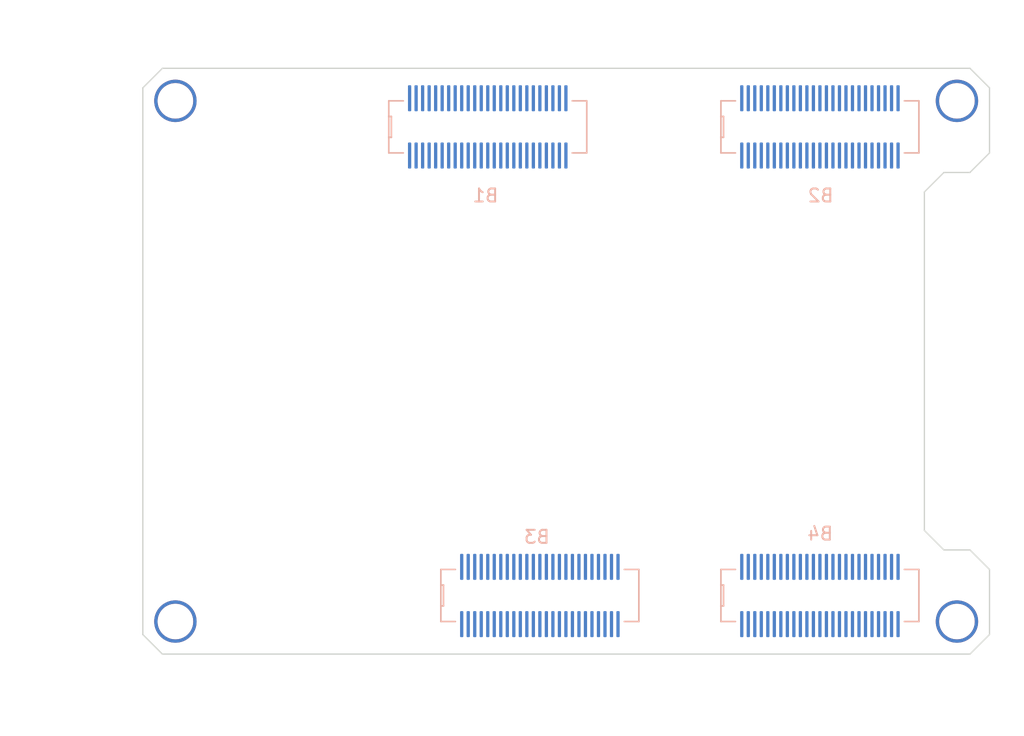
<source format=kicad_pcb>
(kicad_pcb (version 20171130) (host pcbnew "(5.1.3-2-gb6fe4ff63)")

  (general
    (thickness 1.6)
    (drawings 24)
    (tracks 0)
    (zones 0)
    (modules 8)
    (nets 133)
  )

  (page USLetter)
  (title_block
    (rev 1)
  )

  (layers
    (0 F.Cu signal)
    (31 B.Cu signal)
    (32 B.Adhes user)
    (33 F.Adhes user)
    (34 B.Paste user)
    (35 F.Paste user)
    (36 B.SilkS user)
    (37 F.SilkS user)
    (38 B.Mask user)
    (39 F.Mask user)
    (40 Dwgs.User user)
    (41 Cmts.User user)
    (42 Eco1.User user)
    (43 Eco2.User user)
    (44 Edge.Cuts user)
    (45 Margin user)
    (46 B.CrtYd user)
    (47 F.CrtYd user)
    (48 B.Fab user)
    (49 F.Fab user)
  )

  (setup
    (last_trace_width 0.25)
    (user_trace_width 0.25)
    (user_trace_width 0.4)
    (user_trace_width 0.6)
    (user_trace_width 1)
    (trace_clearance 0.2)
    (zone_clearance 0.508)
    (zone_45_only no)
    (trace_min 0.2)
    (via_size 0.6)
    (via_drill 0.4)
    (via_min_size 0.4)
    (via_min_drill 0.3)
    (user_via 0.5 0.3)
    (user_via 0.6 0.4)
    (uvia_size 0.3)
    (uvia_drill 0.1)
    (uvias_allowed no)
    (uvia_min_size 0.2)
    (uvia_min_drill 0.1)
    (edge_width 0.05)
    (segment_width 0.2)
    (pcb_text_width 0.3)
    (pcb_text_size 1.5 1.5)
    (mod_edge_width 0.12)
    (mod_text_size 1 1)
    (mod_text_width 0.15)
    (pad_size 1.5 1.5)
    (pad_drill 0.6)
    (pad_to_mask_clearance 0)
    (solder_mask_min_width 0.1016)
    (aux_axis_origin 30 63.5)
    (visible_elements FFFDFF7F)
    (pcbplotparams
      (layerselection 0x00030_80000001)
      (usegerberextensions false)
      (usegerberattributes false)
      (usegerberadvancedattributes false)
      (creategerberjobfile false)
      (excludeedgelayer true)
      (linewidth 0.100000)
      (plotframeref false)
      (viasonmask false)
      (mode 1)
      (useauxorigin false)
      (hpglpennumber 1)
      (hpglpenspeed 20)
      (hpglpendiameter 15.000000)
      (psnegative false)
      (psa4output false)
      (plotreference true)
      (plotvalue true)
      (plotinvisibletext false)
      (padsonsilk false)
      (subtractmaskfromsilk false)
      (outputformat 1)
      (mirror false)
      (drillshape 1)
      (scaleselection 1)
      (outputdirectory ""))
  )

  (net 0 "")
  (net 1 "Net-(B1-PadB24)")
  (net 2 "Net-(B1-PadB33)")
  (net 3 "Net-(B1-PadB12)")
  (net 4 "Net-(B1-PadB11)")
  (net 5 "Net-(B1-PadB14)")
  (net 6 "Net-(B1-PadB15)")
  (net 7 "Net-(B1-PadB40)")
  (net 8 GND)
  (net 9 "Net-(B1-PadB31)")
  (net 10 "Net-(B1-PadB23)")
  (net 11 "Net-(B1-PadB5)")
  (net 12 "Net-(B1-PadB36)")
  (net 13 "Net-(B1-PadB18)")
  (net 14 "Net-(B1-PadB17)")
  (net 15 "Net-(B1-PadB28)")
  (net 16 "Net-(B1-PadB27)")
  (net 17 "Net-(B1-PadB39)")
  (net 18 "Net-(B1-PadB30)")
  (net 19 "Net-(B1-PadB3)")
  (net 20 "Net-(B1-PadB46)")
  (net 21 "Net-(B1-PadB20)")
  (net 22 "Net-(B1-PadB21)")
  (net 23 "Net-(B1-PadB34)")
  (net 24 "Net-(B1-PadB2)")
  (net 25 "Net-(B1-PadB37)")
  (net 26 "Net-(B1-PadB9)")
  (net 27 "Net-(B1-PadB6)")
  (net 28 "Net-(B1-PadB42)")
  (net 29 "Net-(B1-PadB43)")
  (net 30 "Net-(B1-PadB48)")
  (net 31 "Net-(B1-PadB49)")
  (net 32 "Net-(B1-PadB45)")
  (net 33 "Net-(B1-PadB8)")
  (net 34 +3V3)
  (net 35 +5V)
  (net 36 "Net-(B2-PadB24)")
  (net 37 "Net-(B2-PadB33)")
  (net 38 "Net-(B2-PadB12)")
  (net 39 "Net-(B2-PadB11)")
  (net 40 "Net-(B2-PadB14)")
  (net 41 "Net-(B2-PadB15)")
  (net 42 "Net-(B2-PadB40)")
  (net 43 "Net-(B2-PadB31)")
  (net 44 "Net-(B2-PadB9)")
  (net 45 "Net-(B2-PadB23)")
  (net 46 "Net-(B2-PadB6)")
  (net 47 "Net-(B2-PadB5)")
  (net 48 "Net-(B2-PadB42)")
  (net 49 "Net-(B2-PadB43)")
  (net 50 "Net-(B2-PadB36)")
  (net 51 "Net-(B2-PadB18)")
  (net 52 "Net-(B2-PadB48)")
  (net 53 "Net-(B2-PadB49)")
  (net 54 "Net-(B2-PadB17)")
  (net 55 "Net-(B2-PadB28)")
  (net 56 "Net-(B2-PadB27)")
  (net 57 "Net-(B2-PadB39)")
  (net 58 "Net-(B2-PadB30)")
  (net 59 "Net-(B2-PadB3)")
  (net 60 "Net-(B2-PadB45)")
  (net 61 "Net-(B2-PadB46)")
  (net 62 "Net-(B2-PadB20)")
  (net 63 "Net-(B2-PadB21)")
  (net 64 "Net-(B2-PadB34)")
  (net 65 "Net-(B2-PadB8)")
  (net 66 "Net-(B2-PadB2)")
  (net 67 "Net-(B2-PadB37)")
  (net 68 "Net-(B3-PadB24)")
  (net 69 "Net-(B3-PadB33)")
  (net 70 "Net-(B3-PadB12)")
  (net 71 "Net-(B3-PadB11)")
  (net 72 "Net-(B3-PadB14)")
  (net 73 "Net-(B3-PadB15)")
  (net 74 "Net-(B3-PadB40)")
  (net 75 "Net-(B3-PadB31)")
  (net 76 "Net-(B3-PadB9)")
  (net 77 "Net-(B3-PadB23)")
  (net 78 "Net-(B3-PadB6)")
  (net 79 "Net-(B3-PadB5)")
  (net 80 "Net-(B3-PadB42)")
  (net 81 "Net-(B3-PadB43)")
  (net 82 "Net-(B3-PadB36)")
  (net 83 "Net-(B3-PadB18)")
  (net 84 "Net-(B3-PadB48)")
  (net 85 "Net-(B3-PadB49)")
  (net 86 "Net-(B3-PadB17)")
  (net 87 "Net-(B3-PadB28)")
  (net 88 "Net-(B3-PadB27)")
  (net 89 "Net-(B3-PadB39)")
  (net 90 "Net-(B3-PadB30)")
  (net 91 "Net-(B3-PadB3)")
  (net 92 "Net-(B3-PadB45)")
  (net 93 "Net-(B3-PadB46)")
  (net 94 "Net-(B3-PadB20)")
  (net 95 "Net-(B3-PadB21)")
  (net 96 "Net-(B3-PadB34)")
  (net 97 "Net-(B3-PadB8)")
  (net 98 "Net-(B3-PadB2)")
  (net 99 "Net-(B3-PadB37)")
  (net 100 "Net-(B4-PadB24)")
  (net 101 "Net-(B4-PadB33)")
  (net 102 "Net-(B4-PadB12)")
  (net 103 "Net-(B4-PadB11)")
  (net 104 "Net-(B4-PadB14)")
  (net 105 "Net-(B4-PadB15)")
  (net 106 "Net-(B4-PadB40)")
  (net 107 "Net-(B4-PadB31)")
  (net 108 "Net-(B4-PadB9)")
  (net 109 "Net-(B4-PadB23)")
  (net 110 "Net-(B4-PadB6)")
  (net 111 "Net-(B4-PadB5)")
  (net 112 "Net-(B4-PadB42)")
  (net 113 "Net-(B4-PadB43)")
  (net 114 "Net-(B4-PadB36)")
  (net 115 "Net-(B4-PadB18)")
  (net 116 "Net-(B4-PadB48)")
  (net 117 "Net-(B4-PadB49)")
  (net 118 "Net-(B4-PadB17)")
  (net 119 "Net-(B4-PadB28)")
  (net 120 "Net-(B4-PadB27)")
  (net 121 "Net-(B4-PadB39)")
  (net 122 "Net-(B4-PadB30)")
  (net 123 "Net-(B4-PadB3)")
  (net 124 "Net-(B4-PadB45)")
  (net 125 "Net-(B4-PadB46)")
  (net 126 "Net-(B4-PadB20)")
  (net 127 "Net-(B4-PadB21)")
  (net 128 "Net-(B4-PadB34)")
  (net 129 "Net-(B4-PadB8)")
  (net 130 "Net-(B4-PadB2)")
  (net 131 "Net-(B4-PadB1)")
  (net 132 "Net-(B4-PadB37)")

  (net_class Default "This is the default net class."
    (clearance 0.2)
    (trace_width 0.25)
    (via_dia 0.6)
    (via_drill 0.4)
    (uvia_dia 0.3)
    (uvia_drill 0.1)
    (add_net +3V3)
    (add_net +5V)
    (add_net GND)
    (add_net "Net-(B1-PadB11)")
    (add_net "Net-(B1-PadB12)")
    (add_net "Net-(B1-PadB14)")
    (add_net "Net-(B1-PadB15)")
    (add_net "Net-(B1-PadB17)")
    (add_net "Net-(B1-PadB18)")
    (add_net "Net-(B1-PadB2)")
    (add_net "Net-(B1-PadB20)")
    (add_net "Net-(B1-PadB21)")
    (add_net "Net-(B1-PadB23)")
    (add_net "Net-(B1-PadB24)")
    (add_net "Net-(B1-PadB27)")
    (add_net "Net-(B1-PadB28)")
    (add_net "Net-(B1-PadB3)")
    (add_net "Net-(B1-PadB30)")
    (add_net "Net-(B1-PadB31)")
    (add_net "Net-(B1-PadB33)")
    (add_net "Net-(B1-PadB34)")
    (add_net "Net-(B1-PadB36)")
    (add_net "Net-(B1-PadB37)")
    (add_net "Net-(B1-PadB39)")
    (add_net "Net-(B1-PadB40)")
    (add_net "Net-(B1-PadB42)")
    (add_net "Net-(B1-PadB43)")
    (add_net "Net-(B1-PadB45)")
    (add_net "Net-(B1-PadB46)")
    (add_net "Net-(B1-PadB48)")
    (add_net "Net-(B1-PadB49)")
    (add_net "Net-(B1-PadB5)")
    (add_net "Net-(B1-PadB6)")
    (add_net "Net-(B1-PadB8)")
    (add_net "Net-(B1-PadB9)")
    (add_net "Net-(B2-PadB11)")
    (add_net "Net-(B2-PadB12)")
    (add_net "Net-(B2-PadB14)")
    (add_net "Net-(B2-PadB15)")
    (add_net "Net-(B2-PadB17)")
    (add_net "Net-(B2-PadB18)")
    (add_net "Net-(B2-PadB2)")
    (add_net "Net-(B2-PadB20)")
    (add_net "Net-(B2-PadB21)")
    (add_net "Net-(B2-PadB23)")
    (add_net "Net-(B2-PadB24)")
    (add_net "Net-(B2-PadB27)")
    (add_net "Net-(B2-PadB28)")
    (add_net "Net-(B2-PadB3)")
    (add_net "Net-(B2-PadB30)")
    (add_net "Net-(B2-PadB31)")
    (add_net "Net-(B2-PadB33)")
    (add_net "Net-(B2-PadB34)")
    (add_net "Net-(B2-PadB36)")
    (add_net "Net-(B2-PadB37)")
    (add_net "Net-(B2-PadB39)")
    (add_net "Net-(B2-PadB40)")
    (add_net "Net-(B2-PadB42)")
    (add_net "Net-(B2-PadB43)")
    (add_net "Net-(B2-PadB45)")
    (add_net "Net-(B2-PadB46)")
    (add_net "Net-(B2-PadB48)")
    (add_net "Net-(B2-PadB49)")
    (add_net "Net-(B2-PadB5)")
    (add_net "Net-(B2-PadB6)")
    (add_net "Net-(B2-PadB8)")
    (add_net "Net-(B2-PadB9)")
    (add_net "Net-(B3-PadB11)")
    (add_net "Net-(B3-PadB12)")
    (add_net "Net-(B3-PadB14)")
    (add_net "Net-(B3-PadB15)")
    (add_net "Net-(B3-PadB17)")
    (add_net "Net-(B3-PadB18)")
    (add_net "Net-(B3-PadB2)")
    (add_net "Net-(B3-PadB20)")
    (add_net "Net-(B3-PadB21)")
    (add_net "Net-(B3-PadB23)")
    (add_net "Net-(B3-PadB24)")
    (add_net "Net-(B3-PadB27)")
    (add_net "Net-(B3-PadB28)")
    (add_net "Net-(B3-PadB3)")
    (add_net "Net-(B3-PadB30)")
    (add_net "Net-(B3-PadB31)")
    (add_net "Net-(B3-PadB33)")
    (add_net "Net-(B3-PadB34)")
    (add_net "Net-(B3-PadB36)")
    (add_net "Net-(B3-PadB37)")
    (add_net "Net-(B3-PadB39)")
    (add_net "Net-(B3-PadB40)")
    (add_net "Net-(B3-PadB42)")
    (add_net "Net-(B3-PadB43)")
    (add_net "Net-(B3-PadB45)")
    (add_net "Net-(B3-PadB46)")
    (add_net "Net-(B3-PadB48)")
    (add_net "Net-(B3-PadB49)")
    (add_net "Net-(B3-PadB5)")
    (add_net "Net-(B3-PadB6)")
    (add_net "Net-(B3-PadB8)")
    (add_net "Net-(B3-PadB9)")
    (add_net "Net-(B4-PadB1)")
    (add_net "Net-(B4-PadB11)")
    (add_net "Net-(B4-PadB12)")
    (add_net "Net-(B4-PadB14)")
    (add_net "Net-(B4-PadB15)")
    (add_net "Net-(B4-PadB17)")
    (add_net "Net-(B4-PadB18)")
    (add_net "Net-(B4-PadB2)")
    (add_net "Net-(B4-PadB20)")
    (add_net "Net-(B4-PadB21)")
    (add_net "Net-(B4-PadB23)")
    (add_net "Net-(B4-PadB24)")
    (add_net "Net-(B4-PadB27)")
    (add_net "Net-(B4-PadB28)")
    (add_net "Net-(B4-PadB3)")
    (add_net "Net-(B4-PadB30)")
    (add_net "Net-(B4-PadB31)")
    (add_net "Net-(B4-PadB33)")
    (add_net "Net-(B4-PadB34)")
    (add_net "Net-(B4-PadB36)")
    (add_net "Net-(B4-PadB37)")
    (add_net "Net-(B4-PadB39)")
    (add_net "Net-(B4-PadB40)")
    (add_net "Net-(B4-PadB42)")
    (add_net "Net-(B4-PadB43)")
    (add_net "Net-(B4-PadB45)")
    (add_net "Net-(B4-PadB46)")
    (add_net "Net-(B4-PadB48)")
    (add_net "Net-(B4-PadB49)")
    (add_net "Net-(B4-PadB5)")
    (add_net "Net-(B4-PadB6)")
    (add_net "Net-(B4-PadB8)")
    (add_net "Net-(B4-PadB9)")
  )

  (module Alchitry_Au:Alchitry_Conn (layer F.Cu) (tedit 5D30EE76) (tstamp 5D318100)
    (at 56.5 23)
    (path /5D31855D)
    (fp_text reference B1 (at -0.1929 5.2768) (layer B.SilkS)
      (effects (font (size 1 1) (thickness 0.15)) (justify mirror))
    )
    (fp_text value Alchitry_Shield (at 0 5.08) (layer F.Fab)
      (effects (font (size 1 1) (thickness 0.15)))
    )
    (fp_line (start -8 3.5) (end 8 3.5) (layer F.CrtYd) (width 0.12))
    (fp_line (start -8 -3.5) (end -8 3.5) (layer F.CrtYd) (width 0.12))
    (fp_line (start 8 -3.5) (end -8 -3.5) (layer F.CrtYd) (width 0.12))
    (fp_line (start 8 3.5) (end 8 -3.5) (layer F.CrtYd) (width 0.12))
    (fp_line (start 6.46 -2) (end 7.58 -2) (layer B.SilkS) (width 0.12))
    (fp_line (start 6.46 2) (end 7.58 2) (layer B.SilkS) (width 0.12))
    (fp_line (start -7.62 2) (end -6.5 2) (layer B.SilkS) (width 0.12))
    (fp_line (start -7.62 -2) (end -6.5 -2) (layer B.SilkS) (width 0.12))
    (fp_line (start 7.58 -2) (end 7.58 2) (layer B.SilkS) (width 0.127))
    (fp_line (start -7.62 -0.8) (end -7.62 -2) (layer B.SilkS) (width 0.127))
    (fp_line (start -7.42 0.8) (end -7.42 -0.8) (layer B.SilkS) (width 0.127))
    (fp_line (start -7.62 -0.8) (end -7.42 -0.8) (layer B.SilkS) (width 0.127))
    (fp_line (start -7.62 0.8) (end -7.62 -0.8) (layer B.SilkS) (width 0.127))
    (fp_line (start -7.42 0.8) (end -7.62 0.8) (layer B.SilkS) (width 0.127))
    (fp_line (start -7.62 2) (end -7.62 0.8) (layer B.SilkS) (width 0.127))
    (pad B24 smd roundrect (at 5.48 2.2 90) (size 2 0.25) (layers B.Cu B.Paste B.Mask) (roundrect_rratio 0.25)
      (net 1 "Net-(B1-PadB24)") (solder_mask_margin 0.1016))
    (pad B33 smd roundrect (at 2.48 -2.2 90) (size 2 0.25) (layers B.Cu B.Paste B.Mask) (roundrect_rratio 0.25)
      (net 2 "Net-(B1-PadB33)") (solder_mask_margin 0.1016))
    (pad B12 smd roundrect (at -0.52 2.2 90) (size 2 0.25) (layers B.Cu B.Paste B.Mask) (roundrect_rratio 0.25)
      (net 3 "Net-(B1-PadB12)") (solder_mask_margin 0.1016))
    (pad B11 smd roundrect (at -1.02 2.2 90) (size 2 0.25) (layers B.Cu B.Paste B.Mask) (roundrect_rratio 0.25)
      (net 4 "Net-(B1-PadB11)") (solder_mask_margin 0.1016))
    (pad B25 smd roundrect (at 5.98 2.2 90) (size 2 0.25) (layers B.Cu B.Paste B.Mask) (roundrect_rratio 0.25)
      (net 34 +3V3) (solder_mask_margin 0.1016))
    (pad B14 smd roundrect (at 0.48 2.2 90) (size 2 0.25) (layers B.Cu B.Paste B.Mask) (roundrect_rratio 0.25)
      (net 5 "Net-(B1-PadB14)") (solder_mask_margin 0.1016))
    (pad B15 smd roundrect (at 0.98 2.2 90) (size 2 0.25) (layers B.Cu B.Paste B.Mask) (roundrect_rratio 0.25)
      (net 6 "Net-(B1-PadB15)") (solder_mask_margin 0.1016))
    (pad B40 smd roundrect (at -1.02 -2.2 90) (size 2 0.25) (layers B.Cu B.Paste B.Mask) (roundrect_rratio 0.25)
      (net 7 "Net-(B1-PadB40)") (solder_mask_margin 0.1016))
    (pad B41 smd roundrect (at -1.52 -2.2 90) (size 2 0.25) (layers B.Cu B.Paste B.Mask) (roundrect_rratio 0.25)
      (net 8 GND) (solder_mask_margin 0.1016))
    (pad "" np_thru_hole circle (at 6.95 1.25) (size 0.6 0.6) (drill 0.6) (layers *.Cu *.Mask))
    (pad "" np_thru_hole circle (at -6.95 1.25) (size 0.6 0.6) (drill 0.6) (layers *.Cu *.Mask))
    (pad B32 smd roundrect (at 2.98 -2.2 90) (size 2 0.25) (layers B.Cu B.Paste B.Mask) (roundrect_rratio 0.25)
      (net 34 +3V3) (solder_mask_margin 0.1016))
    (pad B31 smd roundrect (at 3.48 -2.2 90) (size 2 0.25) (layers B.Cu B.Paste B.Mask) (roundrect_rratio 0.25)
      (net 9 "Net-(B1-PadB31)") (solder_mask_margin 0.1016))
    (pad B10 smd roundrect (at -1.52 2.2 90) (size 2 0.25) (layers B.Cu B.Paste B.Mask) (roundrect_rratio 0.25)
      (net 8 GND) (solder_mask_margin 0.1016))
    (pad B9 smd roundrect (at -2.02 2.2 90) (size 2 0.25) (layers B.Cu B.Paste B.Mask) (roundrect_rratio 0.25)
      (net 26 "Net-(B1-PadB9)") (solder_mask_margin 0.1016))
    (pad B22 smd roundrect (at 4.48 2.2 90) (size 2 0.25) (layers B.Cu B.Paste B.Mask) (roundrect_rratio 0.25)
      (net 8 GND) (solder_mask_margin 0.1016))
    (pad B23 smd roundrect (at 4.98 2.2 90) (size 2 0.25) (layers B.Cu B.Paste B.Mask) (roundrect_rratio 0.25)
      (net 10 "Net-(B1-PadB23)") (solder_mask_margin 0.1016))
    (pad B6 smd roundrect (at -3.52 2.2 90) (size 2 0.25) (layers B.Cu B.Paste B.Mask) (roundrect_rratio 0.25)
      (net 27 "Net-(B1-PadB6)") (solder_mask_margin 0.1016))
    (pad B5 smd roundrect (at -4.02 2.2 90) (size 2 0.25) (layers B.Cu B.Paste B.Mask) (roundrect_rratio 0.25)
      (net 11 "Net-(B1-PadB5)") (solder_mask_margin 0.1016))
    (pad B42 smd roundrect (at -2.02 -2.2 90) (size 2 0.25) (layers B.Cu B.Paste B.Mask) (roundrect_rratio 0.25)
      (net 28 "Net-(B1-PadB42)") (solder_mask_margin 0.1016))
    (pad B43 smd roundrect (at -2.52 -2.2 90) (size 2 0.25) (layers B.Cu B.Paste B.Mask) (roundrect_rratio 0.25)
      (net 29 "Net-(B1-PadB43)") (solder_mask_margin 0.1016))
    (pad B36 smd roundrect (at 0.98 -2.2 90) (size 2 0.25) (layers B.Cu B.Paste B.Mask) (roundrect_rratio 0.25)
      (net 12 "Net-(B1-PadB36)") (solder_mask_margin 0.1016))
    (pad B18 smd roundrect (at 2.48 2.2 90) (size 2 0.25) (layers B.Cu B.Paste B.Mask) (roundrect_rratio 0.25)
      (net 13 "Net-(B1-PadB18)") (solder_mask_margin 0.1016))
    (pad B19 smd roundrect (at 2.98 2.2 90) (size 2 0.25) (layers B.Cu B.Paste B.Mask) (roundrect_rratio 0.25)
      (net 34 +3V3) (solder_mask_margin 0.1016))
    (pad B50 smd roundrect (at -6.02 -2.2 90) (size 2 0.25) (layers B.Cu B.Paste B.Mask) (roundrect_rratio 0.25)
      (net 35 +5V) (solder_mask_margin 0.1016))
    (pad B13 smd roundrect (at -0.02 2.2 90) (size 2 0.25) (layers B.Cu B.Paste B.Mask) (roundrect_rratio 0.25)
      (net 34 +3V3) (solder_mask_margin 0.1016))
    (pad B48 smd roundrect (at -5.02 -2.2 90) (size 2 0.25) (layers B.Cu B.Paste B.Mask) (roundrect_rratio 0.25)
      (net 30 "Net-(B1-PadB48)") (solder_mask_margin 0.1016))
    (pad B49 smd roundrect (at -5.52 -2.2 90) (size 2 0.25) (layers B.Cu B.Paste B.Mask) (roundrect_rratio 0.25)
      (net 31 "Net-(B1-PadB49)") (solder_mask_margin 0.1016))
    (pad B16 smd roundrect (at 1.48 2.2 90) (size 2 0.25) (layers B.Cu B.Paste B.Mask) (roundrect_rratio 0.25)
      (net 8 GND) (solder_mask_margin 0.1016))
    (pad B17 smd roundrect (at 1.98 2.2 90) (size 2 0.25) (layers B.Cu B.Paste B.Mask) (roundrect_rratio 0.25)
      (net 14 "Net-(B1-PadB17)") (solder_mask_margin 0.1016))
    (pad B35 smd roundrect (at 1.48 -2.2 90) (size 2 0.25) (layers B.Cu B.Paste B.Mask) (roundrect_rratio 0.25)
      (net 8 GND) (solder_mask_margin 0.1016))
    (pad B28 smd roundrect (at 4.98 -2.2 90) (size 2 0.25) (layers B.Cu B.Paste B.Mask) (roundrect_rratio 0.25)
      (net 15 "Net-(B1-PadB28)") (solder_mask_margin 0.1016))
    (pad B27 smd roundrect (at 5.48 -2.2 90) (size 2 0.25) (layers B.Cu B.Paste B.Mask) (roundrect_rratio 0.25)
      (net 16 "Net-(B1-PadB27)") (solder_mask_margin 0.1016))
    (pad B26 smd roundrect (at 5.98 -2.2 90) (size 2 0.25) (layers B.Cu B.Paste B.Mask) (roundrect_rratio 0.25)
      (net 34 +3V3) (solder_mask_margin 0.1016))
    (pad B39 smd roundrect (at -0.52 -2.2 90) (size 2 0.25) (layers B.Cu B.Paste B.Mask) (roundrect_rratio 0.25)
      (net 17 "Net-(B1-PadB39)") (solder_mask_margin 0.1016))
    (pad B30 smd roundrect (at 3.98 -2.2 90) (size 2 0.25) (layers B.Cu B.Paste B.Mask) (roundrect_rratio 0.25)
      (net 18 "Net-(B1-PadB30)") (solder_mask_margin 0.1016))
    (pad B29 smd roundrect (at 4.48 -2.2 90) (size 2 0.25) (layers B.Cu B.Paste B.Mask) (roundrect_rratio 0.25)
      (net 8 GND) (solder_mask_margin 0.1016))
    (pad B4 smd roundrect (at -4.52 2.2 90) (size 2 0.25) (layers B.Cu B.Paste B.Mask) (roundrect_rratio 0.25)
      (net 8 GND) (solder_mask_margin 0.1016))
    (pad B3 smd roundrect (at -5.02 2.2 90) (size 2 0.25) (layers B.Cu B.Paste B.Mask) (roundrect_rratio 0.25)
      (net 19 "Net-(B1-PadB3)") (solder_mask_margin 0.1016))
    (pad B44 smd roundrect (at -3.02 -2.2 90) (size 2 0.25) (layers B.Cu B.Paste B.Mask) (roundrect_rratio 0.25)
      (net 34 +3V3) (solder_mask_margin 0.1016))
    (pad B45 smd roundrect (at -3.52 -2.2 90) (size 2 0.25) (layers B.Cu B.Paste B.Mask) (roundrect_rratio 0.25)
      (net 32 "Net-(B1-PadB45)") (solder_mask_margin 0.1016))
    (pad B46 smd roundrect (at -4.02 -2.2 90) (size 2 0.25) (layers B.Cu B.Paste B.Mask) (roundrect_rratio 0.25)
      (net 20 "Net-(B1-PadB46)") (solder_mask_margin 0.1016))
    (pad B47 smd roundrect (at -4.52 -2.2 90) (size 2 0.25) (layers B.Cu B.Paste B.Mask) (roundrect_rratio 0.25)
      (net 8 GND) (solder_mask_margin 0.1016))
    (pad B20 smd roundrect (at 3.48 2.2 90) (size 2 0.25) (layers B.Cu B.Paste B.Mask) (roundrect_rratio 0.25)
      (net 21 "Net-(B1-PadB20)") (solder_mask_margin 0.1016))
    (pad B21 smd roundrect (at 3.98 2.2 90) (size 2 0.25) (layers B.Cu B.Paste B.Mask) (roundrect_rratio 0.25)
      (net 22 "Net-(B1-PadB21)") (solder_mask_margin 0.1016))
    (pad B34 smd roundrect (at 1.98 -2.2 90) (size 2 0.25) (layers B.Cu B.Paste B.Mask) (roundrect_rratio 0.25)
      (net 23 "Net-(B1-PadB34)") (solder_mask_margin 0.1016))
    (pad B8 smd roundrect (at -2.52 2.2 90) (size 2 0.25) (layers B.Cu B.Paste B.Mask) (roundrect_rratio 0.25)
      (net 33 "Net-(B1-PadB8)") (solder_mask_margin 0.1016))
    (pad B7 smd roundrect (at -3.02 2.2 90) (size 2 0.25) (layers B.Cu B.Paste B.Mask) (roundrect_rratio 0.25)
      (net 34 +3V3) (solder_mask_margin 0.1016))
    (pad B2 smd roundrect (at -5.52 2.2 90) (size 2 0.25) (layers B.Cu B.Paste B.Mask) (roundrect_rratio 0.25)
      (net 24 "Net-(B1-PadB2)") (solder_mask_margin 0.1016))
    (pad B1 smd roundrect (at -6.02 2.2 90) (size 2 0.25) (layers B.Cu B.Paste B.Mask) (roundrect_rratio 0.25)
      (net 35 +5V) (solder_mask_margin 0.1016))
    (pad B37 smd roundrect (at 0.48 -2.2 90) (size 2 0.25) (layers B.Cu B.Paste B.Mask) (roundrect_rratio 0.25)
      (net 25 "Net-(B1-PadB37)") (solder_mask_margin 0.1016))
    (pad B38 smd roundrect (at -0.02 -2.2 90) (size 2 0.25) (layers B.Cu B.Paste B.Mask) (roundrect_rratio 0.25)
      (net 34 +3V3) (solder_mask_margin 0.1016))
  )

  (module Alchitry_Au:Alchitry_Conn (layer F.Cu) (tedit 5D30EE76) (tstamp 5D3182BC)
    (at 60.5 59)
    (path /5D31B10C)
    (fp_text reference B3 (at -0.25 -4.5) (layer B.SilkS)
      (effects (font (size 1 1) (thickness 0.15)) (justify mirror))
    )
    (fp_text value Alchitry_Shield (at 0 4.54) (layer F.Fab)
      (effects (font (size 1 1) (thickness 0.15)))
    )
    (fp_line (start -8 3.5) (end 8 3.5) (layer F.CrtYd) (width 0.12))
    (fp_line (start -8 -3.5) (end -8 3.5) (layer F.CrtYd) (width 0.12))
    (fp_line (start 8 -3.5) (end -8 -3.5) (layer F.CrtYd) (width 0.12))
    (fp_line (start 8 3.5) (end 8 -3.5) (layer F.CrtYd) (width 0.12))
    (fp_line (start 6.46 -2) (end 7.58 -2) (layer B.SilkS) (width 0.12))
    (fp_line (start 6.46 2) (end 7.58 2) (layer B.SilkS) (width 0.12))
    (fp_line (start -7.62 2) (end -6.5 2) (layer B.SilkS) (width 0.12))
    (fp_line (start -7.62 -2) (end -6.5 -2) (layer B.SilkS) (width 0.12))
    (fp_line (start 7.58 -2) (end 7.58 2) (layer B.SilkS) (width 0.127))
    (fp_line (start -7.62 -0.8) (end -7.62 -2) (layer B.SilkS) (width 0.127))
    (fp_line (start -7.42 0.8) (end -7.42 -0.8) (layer B.SilkS) (width 0.127))
    (fp_line (start -7.62 -0.8) (end -7.42 -0.8) (layer B.SilkS) (width 0.127))
    (fp_line (start -7.62 0.8) (end -7.62 -0.8) (layer B.SilkS) (width 0.127))
    (fp_line (start -7.42 0.8) (end -7.62 0.8) (layer B.SilkS) (width 0.127))
    (fp_line (start -7.62 2) (end -7.62 0.8) (layer B.SilkS) (width 0.127))
    (pad B24 smd roundrect (at 5.48 2.2 90) (size 2 0.25) (layers B.Cu B.Paste B.Mask) (roundrect_rratio 0.25)
      (net 68 "Net-(B3-PadB24)") (solder_mask_margin 0.1016))
    (pad B33 smd roundrect (at 2.48 -2.2 90) (size 2 0.25) (layers B.Cu B.Paste B.Mask) (roundrect_rratio 0.25)
      (net 69 "Net-(B3-PadB33)") (solder_mask_margin 0.1016))
    (pad B12 smd roundrect (at -0.52 2.2 90) (size 2 0.25) (layers B.Cu B.Paste B.Mask) (roundrect_rratio 0.25)
      (net 70 "Net-(B3-PadB12)") (solder_mask_margin 0.1016))
    (pad B11 smd roundrect (at -1.02 2.2 90) (size 2 0.25) (layers B.Cu B.Paste B.Mask) (roundrect_rratio 0.25)
      (net 71 "Net-(B3-PadB11)") (solder_mask_margin 0.1016))
    (pad B25 smd roundrect (at 5.98 2.2 90) (size 2 0.25) (layers B.Cu B.Paste B.Mask) (roundrect_rratio 0.25)
      (net 34 +3V3) (solder_mask_margin 0.1016))
    (pad B14 smd roundrect (at 0.48 2.2 90) (size 2 0.25) (layers B.Cu B.Paste B.Mask) (roundrect_rratio 0.25)
      (net 72 "Net-(B3-PadB14)") (solder_mask_margin 0.1016))
    (pad B15 smd roundrect (at 0.98 2.2 90) (size 2 0.25) (layers B.Cu B.Paste B.Mask) (roundrect_rratio 0.25)
      (net 73 "Net-(B3-PadB15)") (solder_mask_margin 0.1016))
    (pad B40 smd roundrect (at -1.02 -2.2 90) (size 2 0.25) (layers B.Cu B.Paste B.Mask) (roundrect_rratio 0.25)
      (net 74 "Net-(B3-PadB40)") (solder_mask_margin 0.1016))
    (pad B41 smd roundrect (at -1.52 -2.2 90) (size 2 0.25) (layers B.Cu B.Paste B.Mask) (roundrect_rratio 0.25)
      (net 8 GND) (solder_mask_margin 0.1016))
    (pad "" np_thru_hole circle (at 6.95 1.25) (size 0.6 0.6) (drill 0.6) (layers *.Cu *.Mask))
    (pad "" np_thru_hole circle (at -6.95 1.25) (size 0.6 0.6) (drill 0.6) (layers *.Cu *.Mask))
    (pad B32 smd roundrect (at 2.98 -2.2 90) (size 2 0.25) (layers B.Cu B.Paste B.Mask) (roundrect_rratio 0.25)
      (net 34 +3V3) (solder_mask_margin 0.1016))
    (pad B31 smd roundrect (at 3.48 -2.2 90) (size 2 0.25) (layers B.Cu B.Paste B.Mask) (roundrect_rratio 0.25)
      (net 75 "Net-(B3-PadB31)") (solder_mask_margin 0.1016))
    (pad B10 smd roundrect (at -1.52 2.2 90) (size 2 0.25) (layers B.Cu B.Paste B.Mask) (roundrect_rratio 0.25)
      (net 8 GND) (solder_mask_margin 0.1016))
    (pad B9 smd roundrect (at -2.02 2.2 90) (size 2 0.25) (layers B.Cu B.Paste B.Mask) (roundrect_rratio 0.25)
      (net 76 "Net-(B3-PadB9)") (solder_mask_margin 0.1016))
    (pad B22 smd roundrect (at 4.48 2.2 90) (size 2 0.25) (layers B.Cu B.Paste B.Mask) (roundrect_rratio 0.25)
      (net 8 GND) (solder_mask_margin 0.1016))
    (pad B23 smd roundrect (at 4.98 2.2 90) (size 2 0.25) (layers B.Cu B.Paste B.Mask) (roundrect_rratio 0.25)
      (net 77 "Net-(B3-PadB23)") (solder_mask_margin 0.1016))
    (pad B6 smd roundrect (at -3.52 2.2 90) (size 2 0.25) (layers B.Cu B.Paste B.Mask) (roundrect_rratio 0.25)
      (net 78 "Net-(B3-PadB6)") (solder_mask_margin 0.1016))
    (pad B5 smd roundrect (at -4.02 2.2 90) (size 2 0.25) (layers B.Cu B.Paste B.Mask) (roundrect_rratio 0.25)
      (net 79 "Net-(B3-PadB5)") (solder_mask_margin 0.1016))
    (pad B42 smd roundrect (at -2.02 -2.2 90) (size 2 0.25) (layers B.Cu B.Paste B.Mask) (roundrect_rratio 0.25)
      (net 80 "Net-(B3-PadB42)") (solder_mask_margin 0.1016))
    (pad B43 smd roundrect (at -2.52 -2.2 90) (size 2 0.25) (layers B.Cu B.Paste B.Mask) (roundrect_rratio 0.25)
      (net 81 "Net-(B3-PadB43)") (solder_mask_margin 0.1016))
    (pad B36 smd roundrect (at 0.98 -2.2 90) (size 2 0.25) (layers B.Cu B.Paste B.Mask) (roundrect_rratio 0.25)
      (net 82 "Net-(B3-PadB36)") (solder_mask_margin 0.1016))
    (pad B18 smd roundrect (at 2.48 2.2 90) (size 2 0.25) (layers B.Cu B.Paste B.Mask) (roundrect_rratio 0.25)
      (net 83 "Net-(B3-PadB18)") (solder_mask_margin 0.1016))
    (pad B19 smd roundrect (at 2.98 2.2 90) (size 2 0.25) (layers B.Cu B.Paste B.Mask) (roundrect_rratio 0.25)
      (net 34 +3V3) (solder_mask_margin 0.1016))
    (pad B50 smd roundrect (at -6.02 -2.2 90) (size 2 0.25) (layers B.Cu B.Paste B.Mask) (roundrect_rratio 0.25)
      (net 35 +5V) (solder_mask_margin 0.1016))
    (pad B13 smd roundrect (at -0.02 2.2 90) (size 2 0.25) (layers B.Cu B.Paste B.Mask) (roundrect_rratio 0.25)
      (net 34 +3V3) (solder_mask_margin 0.1016))
    (pad B48 smd roundrect (at -5.02 -2.2 90) (size 2 0.25) (layers B.Cu B.Paste B.Mask) (roundrect_rratio 0.25)
      (net 84 "Net-(B3-PadB48)") (solder_mask_margin 0.1016))
    (pad B49 smd roundrect (at -5.52 -2.2 90) (size 2 0.25) (layers B.Cu B.Paste B.Mask) (roundrect_rratio 0.25)
      (net 85 "Net-(B3-PadB49)") (solder_mask_margin 0.1016))
    (pad B16 smd roundrect (at 1.48 2.2 90) (size 2 0.25) (layers B.Cu B.Paste B.Mask) (roundrect_rratio 0.25)
      (net 8 GND) (solder_mask_margin 0.1016))
    (pad B17 smd roundrect (at 1.98 2.2 90) (size 2 0.25) (layers B.Cu B.Paste B.Mask) (roundrect_rratio 0.25)
      (net 86 "Net-(B3-PadB17)") (solder_mask_margin 0.1016))
    (pad B35 smd roundrect (at 1.48 -2.2 90) (size 2 0.25) (layers B.Cu B.Paste B.Mask) (roundrect_rratio 0.25)
      (net 8 GND) (solder_mask_margin 0.1016))
    (pad B28 smd roundrect (at 4.98 -2.2 90) (size 2 0.25) (layers B.Cu B.Paste B.Mask) (roundrect_rratio 0.25)
      (net 87 "Net-(B3-PadB28)") (solder_mask_margin 0.1016))
    (pad B27 smd roundrect (at 5.48 -2.2 90) (size 2 0.25) (layers B.Cu B.Paste B.Mask) (roundrect_rratio 0.25)
      (net 88 "Net-(B3-PadB27)") (solder_mask_margin 0.1016))
    (pad B26 smd roundrect (at 5.98 -2.2 90) (size 2 0.25) (layers B.Cu B.Paste B.Mask) (roundrect_rratio 0.25)
      (net 34 +3V3) (solder_mask_margin 0.1016))
    (pad B39 smd roundrect (at -0.52 -2.2 90) (size 2 0.25) (layers B.Cu B.Paste B.Mask) (roundrect_rratio 0.25)
      (net 89 "Net-(B3-PadB39)") (solder_mask_margin 0.1016))
    (pad B30 smd roundrect (at 3.98 -2.2 90) (size 2 0.25) (layers B.Cu B.Paste B.Mask) (roundrect_rratio 0.25)
      (net 90 "Net-(B3-PadB30)") (solder_mask_margin 0.1016))
    (pad B29 smd roundrect (at 4.48 -2.2 90) (size 2 0.25) (layers B.Cu B.Paste B.Mask) (roundrect_rratio 0.25)
      (net 8 GND) (solder_mask_margin 0.1016))
    (pad B4 smd roundrect (at -4.52 2.2 90) (size 2 0.25) (layers B.Cu B.Paste B.Mask) (roundrect_rratio 0.25)
      (net 8 GND) (solder_mask_margin 0.1016))
    (pad B3 smd roundrect (at -5.02 2.2 90) (size 2 0.25) (layers B.Cu B.Paste B.Mask) (roundrect_rratio 0.25)
      (net 91 "Net-(B3-PadB3)") (solder_mask_margin 0.1016))
    (pad B44 smd roundrect (at -3.02 -2.2 90) (size 2 0.25) (layers B.Cu B.Paste B.Mask) (roundrect_rratio 0.25)
      (net 34 +3V3) (solder_mask_margin 0.1016))
    (pad B45 smd roundrect (at -3.52 -2.2 90) (size 2 0.25) (layers B.Cu B.Paste B.Mask) (roundrect_rratio 0.25)
      (net 92 "Net-(B3-PadB45)") (solder_mask_margin 0.1016))
    (pad B46 smd roundrect (at -4.02 -2.2 90) (size 2 0.25) (layers B.Cu B.Paste B.Mask) (roundrect_rratio 0.25)
      (net 93 "Net-(B3-PadB46)") (solder_mask_margin 0.1016))
    (pad B47 smd roundrect (at -4.52 -2.2 90) (size 2 0.25) (layers B.Cu B.Paste B.Mask) (roundrect_rratio 0.25)
      (net 8 GND) (solder_mask_margin 0.1016))
    (pad B20 smd roundrect (at 3.48 2.2 90) (size 2 0.25) (layers B.Cu B.Paste B.Mask) (roundrect_rratio 0.25)
      (net 94 "Net-(B3-PadB20)") (solder_mask_margin 0.1016))
    (pad B21 smd roundrect (at 3.98 2.2 90) (size 2 0.25) (layers B.Cu B.Paste B.Mask) (roundrect_rratio 0.25)
      (net 95 "Net-(B3-PadB21)") (solder_mask_margin 0.1016))
    (pad B34 smd roundrect (at 1.98 -2.2 90) (size 2 0.25) (layers B.Cu B.Paste B.Mask) (roundrect_rratio 0.25)
      (net 96 "Net-(B3-PadB34)") (solder_mask_margin 0.1016))
    (pad B8 smd roundrect (at -2.52 2.2 90) (size 2 0.25) (layers B.Cu B.Paste B.Mask) (roundrect_rratio 0.25)
      (net 97 "Net-(B3-PadB8)") (solder_mask_margin 0.1016))
    (pad B7 smd roundrect (at -3.02 2.2 90) (size 2 0.25) (layers B.Cu B.Paste B.Mask) (roundrect_rratio 0.25)
      (net 34 +3V3) (solder_mask_margin 0.1016))
    (pad B2 smd roundrect (at -5.52 2.2 90) (size 2 0.25) (layers B.Cu B.Paste B.Mask) (roundrect_rratio 0.25)
      (net 98 "Net-(B3-PadB2)") (solder_mask_margin 0.1016))
    (pad B1 smd roundrect (at -6.02 2.2 90) (size 2 0.25) (layers B.Cu B.Paste B.Mask) (roundrect_rratio 0.25)
      (net 35 +5V) (solder_mask_margin 0.1016))
    (pad B37 smd roundrect (at 0.48 -2.2 90) (size 2 0.25) (layers B.Cu B.Paste B.Mask) (roundrect_rratio 0.25)
      (net 99 "Net-(B3-PadB37)") (solder_mask_margin 0.1016))
    (pad B38 smd roundrect (at -0.02 -2.2 90) (size 2 0.25) (layers B.Cu B.Paste B.Mask) (roundrect_rratio 0.25)
      (net 34 +3V3) (solder_mask_margin 0.1016))
  )

  (module Alchitry_Au:Alchitry_Conn (layer F.Cu) (tedit 5D30EE76) (tstamp 5D31837C)
    (at 82 59)
    (path /5D320B9C)
    (fp_text reference B4 (at 0 -4.75) (layer B.SilkS)
      (effects (font (size 1 1) (thickness 0.15)) (justify mirror))
    )
    (fp_text value Alchitry_Shield (at 0 5.08) (layer F.Fab)
      (effects (font (size 1 1) (thickness 0.15)))
    )
    (fp_line (start -8 3.5) (end 8 3.5) (layer F.CrtYd) (width 0.12))
    (fp_line (start -8 -3.5) (end -8 3.5) (layer F.CrtYd) (width 0.12))
    (fp_line (start 8 -3.5) (end -8 -3.5) (layer F.CrtYd) (width 0.12))
    (fp_line (start 8 3.5) (end 8 -3.5) (layer F.CrtYd) (width 0.12))
    (fp_line (start 6.46 -2) (end 7.58 -2) (layer B.SilkS) (width 0.12))
    (fp_line (start 6.46 2) (end 7.58 2) (layer B.SilkS) (width 0.12))
    (fp_line (start -7.62 2) (end -6.5 2) (layer B.SilkS) (width 0.12))
    (fp_line (start -7.62 -2) (end -6.5 -2) (layer B.SilkS) (width 0.12))
    (fp_line (start 7.58 -2) (end 7.58 2) (layer B.SilkS) (width 0.127))
    (fp_line (start -7.62 -0.8) (end -7.62 -2) (layer B.SilkS) (width 0.127))
    (fp_line (start -7.42 0.8) (end -7.42 -0.8) (layer B.SilkS) (width 0.127))
    (fp_line (start -7.62 -0.8) (end -7.42 -0.8) (layer B.SilkS) (width 0.127))
    (fp_line (start -7.62 0.8) (end -7.62 -0.8) (layer B.SilkS) (width 0.127))
    (fp_line (start -7.42 0.8) (end -7.62 0.8) (layer B.SilkS) (width 0.127))
    (fp_line (start -7.62 2) (end -7.62 0.8) (layer B.SilkS) (width 0.127))
    (pad B24 smd roundrect (at 5.48 2.2 90) (size 2 0.25) (layers B.Cu B.Paste B.Mask) (roundrect_rratio 0.25)
      (net 100 "Net-(B4-PadB24)") (solder_mask_margin 0.1016))
    (pad B33 smd roundrect (at 2.48 -2.2 90) (size 2 0.25) (layers B.Cu B.Paste B.Mask) (roundrect_rratio 0.25)
      (net 101 "Net-(B4-PadB33)") (solder_mask_margin 0.1016))
    (pad B12 smd roundrect (at -0.52 2.2 90) (size 2 0.25) (layers B.Cu B.Paste B.Mask) (roundrect_rratio 0.25)
      (net 102 "Net-(B4-PadB12)") (solder_mask_margin 0.1016))
    (pad B11 smd roundrect (at -1.02 2.2 90) (size 2 0.25) (layers B.Cu B.Paste B.Mask) (roundrect_rratio 0.25)
      (net 103 "Net-(B4-PadB11)") (solder_mask_margin 0.1016))
    (pad B25 smd roundrect (at 5.98 2.2 90) (size 2 0.25) (layers B.Cu B.Paste B.Mask) (roundrect_rratio 0.25)
      (net 34 +3V3) (solder_mask_margin 0.1016))
    (pad B14 smd roundrect (at 0.48 2.2 90) (size 2 0.25) (layers B.Cu B.Paste B.Mask) (roundrect_rratio 0.25)
      (net 104 "Net-(B4-PadB14)") (solder_mask_margin 0.1016))
    (pad B15 smd roundrect (at 0.98 2.2 90) (size 2 0.25) (layers B.Cu B.Paste B.Mask) (roundrect_rratio 0.25)
      (net 105 "Net-(B4-PadB15)") (solder_mask_margin 0.1016))
    (pad B40 smd roundrect (at -1.02 -2.2 90) (size 2 0.25) (layers B.Cu B.Paste B.Mask) (roundrect_rratio 0.25)
      (net 106 "Net-(B4-PadB40)") (solder_mask_margin 0.1016))
    (pad B41 smd roundrect (at -1.52 -2.2 90) (size 2 0.25) (layers B.Cu B.Paste B.Mask) (roundrect_rratio 0.25)
      (net 8 GND) (solder_mask_margin 0.1016))
    (pad "" np_thru_hole circle (at 6.95 1.25) (size 0.6 0.6) (drill 0.6) (layers *.Cu *.Mask))
    (pad "" np_thru_hole circle (at -6.95 1.25) (size 0.6 0.6) (drill 0.6) (layers *.Cu *.Mask))
    (pad B32 smd roundrect (at 2.98 -2.2 90) (size 2 0.25) (layers B.Cu B.Paste B.Mask) (roundrect_rratio 0.25)
      (net 34 +3V3) (solder_mask_margin 0.1016))
    (pad B31 smd roundrect (at 3.48 -2.2 90) (size 2 0.25) (layers B.Cu B.Paste B.Mask) (roundrect_rratio 0.25)
      (net 107 "Net-(B4-PadB31)") (solder_mask_margin 0.1016))
    (pad B10 smd roundrect (at -1.52 2.2 90) (size 2 0.25) (layers B.Cu B.Paste B.Mask) (roundrect_rratio 0.25)
      (net 8 GND) (solder_mask_margin 0.1016))
    (pad B9 smd roundrect (at -2.02 2.2 90) (size 2 0.25) (layers B.Cu B.Paste B.Mask) (roundrect_rratio 0.25)
      (net 108 "Net-(B4-PadB9)") (solder_mask_margin 0.1016))
    (pad B22 smd roundrect (at 4.48 2.2 90) (size 2 0.25) (layers B.Cu B.Paste B.Mask) (roundrect_rratio 0.25)
      (net 8 GND) (solder_mask_margin 0.1016))
    (pad B23 smd roundrect (at 4.98 2.2 90) (size 2 0.25) (layers B.Cu B.Paste B.Mask) (roundrect_rratio 0.25)
      (net 109 "Net-(B4-PadB23)") (solder_mask_margin 0.1016))
    (pad B6 smd roundrect (at -3.52 2.2 90) (size 2 0.25) (layers B.Cu B.Paste B.Mask) (roundrect_rratio 0.25)
      (net 110 "Net-(B4-PadB6)") (solder_mask_margin 0.1016))
    (pad B5 smd roundrect (at -4.02 2.2 90) (size 2 0.25) (layers B.Cu B.Paste B.Mask) (roundrect_rratio 0.25)
      (net 111 "Net-(B4-PadB5)") (solder_mask_margin 0.1016))
    (pad B42 smd roundrect (at -2.02 -2.2 90) (size 2 0.25) (layers B.Cu B.Paste B.Mask) (roundrect_rratio 0.25)
      (net 112 "Net-(B4-PadB42)") (solder_mask_margin 0.1016))
    (pad B43 smd roundrect (at -2.52 -2.2 90) (size 2 0.25) (layers B.Cu B.Paste B.Mask) (roundrect_rratio 0.25)
      (net 113 "Net-(B4-PadB43)") (solder_mask_margin 0.1016))
    (pad B36 smd roundrect (at 0.98 -2.2 90) (size 2 0.25) (layers B.Cu B.Paste B.Mask) (roundrect_rratio 0.25)
      (net 114 "Net-(B4-PadB36)") (solder_mask_margin 0.1016))
    (pad B18 smd roundrect (at 2.48 2.2 90) (size 2 0.25) (layers B.Cu B.Paste B.Mask) (roundrect_rratio 0.25)
      (net 115 "Net-(B4-PadB18)") (solder_mask_margin 0.1016))
    (pad B19 smd roundrect (at 2.98 2.2 90) (size 2 0.25) (layers B.Cu B.Paste B.Mask) (roundrect_rratio 0.25)
      (net 34 +3V3) (solder_mask_margin 0.1016))
    (pad B50 smd roundrect (at -6.02 -2.2 90) (size 2 0.25) (layers B.Cu B.Paste B.Mask) (roundrect_rratio 0.25)
      (net 35 +5V) (solder_mask_margin 0.1016))
    (pad B13 smd roundrect (at -0.02 2.2 90) (size 2 0.25) (layers B.Cu B.Paste B.Mask) (roundrect_rratio 0.25)
      (net 34 +3V3) (solder_mask_margin 0.1016))
    (pad B48 smd roundrect (at -5.02 -2.2 90) (size 2 0.25) (layers B.Cu B.Paste B.Mask) (roundrect_rratio 0.25)
      (net 116 "Net-(B4-PadB48)") (solder_mask_margin 0.1016))
    (pad B49 smd roundrect (at -5.52 -2.2 90) (size 2 0.25) (layers B.Cu B.Paste B.Mask) (roundrect_rratio 0.25)
      (net 117 "Net-(B4-PadB49)") (solder_mask_margin 0.1016))
    (pad B16 smd roundrect (at 1.48 2.2 90) (size 2 0.25) (layers B.Cu B.Paste B.Mask) (roundrect_rratio 0.25)
      (net 8 GND) (solder_mask_margin 0.1016))
    (pad B17 smd roundrect (at 1.98 2.2 90) (size 2 0.25) (layers B.Cu B.Paste B.Mask) (roundrect_rratio 0.25)
      (net 118 "Net-(B4-PadB17)") (solder_mask_margin 0.1016))
    (pad B35 smd roundrect (at 1.48 -2.2 90) (size 2 0.25) (layers B.Cu B.Paste B.Mask) (roundrect_rratio 0.25)
      (net 8 GND) (solder_mask_margin 0.1016))
    (pad B28 smd roundrect (at 4.98 -2.2 90) (size 2 0.25) (layers B.Cu B.Paste B.Mask) (roundrect_rratio 0.25)
      (net 119 "Net-(B4-PadB28)") (solder_mask_margin 0.1016))
    (pad B27 smd roundrect (at 5.48 -2.2 90) (size 2 0.25) (layers B.Cu B.Paste B.Mask) (roundrect_rratio 0.25)
      (net 120 "Net-(B4-PadB27)") (solder_mask_margin 0.1016))
    (pad B26 smd roundrect (at 5.98 -2.2 90) (size 2 0.25) (layers B.Cu B.Paste B.Mask) (roundrect_rratio 0.25)
      (net 34 +3V3) (solder_mask_margin 0.1016))
    (pad B39 smd roundrect (at -0.52 -2.2 90) (size 2 0.25) (layers B.Cu B.Paste B.Mask) (roundrect_rratio 0.25)
      (net 121 "Net-(B4-PadB39)") (solder_mask_margin 0.1016))
    (pad B30 smd roundrect (at 3.98 -2.2 90) (size 2 0.25) (layers B.Cu B.Paste B.Mask) (roundrect_rratio 0.25)
      (net 122 "Net-(B4-PadB30)") (solder_mask_margin 0.1016))
    (pad B29 smd roundrect (at 4.48 -2.2 90) (size 2 0.25) (layers B.Cu B.Paste B.Mask) (roundrect_rratio 0.25)
      (net 8 GND) (solder_mask_margin 0.1016))
    (pad B4 smd roundrect (at -4.52 2.2 90) (size 2 0.25) (layers B.Cu B.Paste B.Mask) (roundrect_rratio 0.25)
      (net 8 GND) (solder_mask_margin 0.1016))
    (pad B3 smd roundrect (at -5.02 2.2 90) (size 2 0.25) (layers B.Cu B.Paste B.Mask) (roundrect_rratio 0.25)
      (net 123 "Net-(B4-PadB3)") (solder_mask_margin 0.1016))
    (pad B44 smd roundrect (at -3.02 -2.2 90) (size 2 0.25) (layers B.Cu B.Paste B.Mask) (roundrect_rratio 0.25)
      (net 34 +3V3) (solder_mask_margin 0.1016))
    (pad B45 smd roundrect (at -3.52 -2.2 90) (size 2 0.25) (layers B.Cu B.Paste B.Mask) (roundrect_rratio 0.25)
      (net 124 "Net-(B4-PadB45)") (solder_mask_margin 0.1016))
    (pad B46 smd roundrect (at -4.02 -2.2 90) (size 2 0.25) (layers B.Cu B.Paste B.Mask) (roundrect_rratio 0.25)
      (net 125 "Net-(B4-PadB46)") (solder_mask_margin 0.1016))
    (pad B47 smd roundrect (at -4.52 -2.2 90) (size 2 0.25) (layers B.Cu B.Paste B.Mask) (roundrect_rratio 0.25)
      (net 8 GND) (solder_mask_margin 0.1016))
    (pad B20 smd roundrect (at 3.48 2.2 90) (size 2 0.25) (layers B.Cu B.Paste B.Mask) (roundrect_rratio 0.25)
      (net 126 "Net-(B4-PadB20)") (solder_mask_margin 0.1016))
    (pad B21 smd roundrect (at 3.98 2.2 90) (size 2 0.25) (layers B.Cu B.Paste B.Mask) (roundrect_rratio 0.25)
      (net 127 "Net-(B4-PadB21)") (solder_mask_margin 0.1016))
    (pad B34 smd roundrect (at 1.98 -2.2 90) (size 2 0.25) (layers B.Cu B.Paste B.Mask) (roundrect_rratio 0.25)
      (net 128 "Net-(B4-PadB34)") (solder_mask_margin 0.1016))
    (pad B8 smd roundrect (at -2.52 2.2 90) (size 2 0.25) (layers B.Cu B.Paste B.Mask) (roundrect_rratio 0.25)
      (net 129 "Net-(B4-PadB8)") (solder_mask_margin 0.1016))
    (pad B7 smd roundrect (at -3.02 2.2 90) (size 2 0.25) (layers B.Cu B.Paste B.Mask) (roundrect_rratio 0.25)
      (net 34 +3V3) (solder_mask_margin 0.1016))
    (pad B2 smd roundrect (at -5.52 2.2 90) (size 2 0.25) (layers B.Cu B.Paste B.Mask) (roundrect_rratio 0.25)
      (net 130 "Net-(B4-PadB2)") (solder_mask_margin 0.1016))
    (pad B1 smd roundrect (at -6.02 2.2 90) (size 2 0.25) (layers B.Cu B.Paste B.Mask) (roundrect_rratio 0.25)
      (net 131 "Net-(B4-PadB1)") (solder_mask_margin 0.1016))
    (pad B37 smd roundrect (at 0.48 -2.2 90) (size 2 0.25) (layers B.Cu B.Paste B.Mask) (roundrect_rratio 0.25)
      (net 132 "Net-(B4-PadB37)") (solder_mask_margin 0.1016))
    (pad B38 smd roundrect (at -0.02 -2.2 90) (size 2 0.25) (layers B.Cu B.Paste B.Mask) (roundrect_rratio 0.25)
      (net 34 +3V3) (solder_mask_margin 0.1016))
  )

  (module Alchitry_Au:Alchitry_Conn (layer F.Cu) (tedit 5D30EE76) (tstamp 5D3181FC)
    (at 82 23)
    (path /5D31D078)
    (fp_text reference B2 (at 0.0373 5.2768) (layer B.SilkS)
      (effects (font (size 1 1) (thickness 0.15)) (justify mirror))
    )
    (fp_text value Alchitry_Shield (at 0 5.08) (layer F.Fab)
      (effects (font (size 1 1) (thickness 0.15)))
    )
    (fp_line (start -8 3.5) (end 8 3.5) (layer F.CrtYd) (width 0.12))
    (fp_line (start -8 -3.5) (end -8 3.5) (layer F.CrtYd) (width 0.12))
    (fp_line (start 8 -3.5) (end -8 -3.5) (layer F.CrtYd) (width 0.12))
    (fp_line (start 8 3.5) (end 8 -3.5) (layer F.CrtYd) (width 0.12))
    (fp_line (start 6.46 -2) (end 7.58 -2) (layer B.SilkS) (width 0.12))
    (fp_line (start 6.46 2) (end 7.58 2) (layer B.SilkS) (width 0.12))
    (fp_line (start -7.62 2) (end -6.5 2) (layer B.SilkS) (width 0.12))
    (fp_line (start -7.62 -2) (end -6.5 -2) (layer B.SilkS) (width 0.12))
    (fp_line (start 7.58 -2) (end 7.58 2) (layer B.SilkS) (width 0.127))
    (fp_line (start -7.62 -0.8) (end -7.62 -2) (layer B.SilkS) (width 0.127))
    (fp_line (start -7.42 0.8) (end -7.42 -0.8) (layer B.SilkS) (width 0.127))
    (fp_line (start -7.62 -0.8) (end -7.42 -0.8) (layer B.SilkS) (width 0.127))
    (fp_line (start -7.62 0.8) (end -7.62 -0.8) (layer B.SilkS) (width 0.127))
    (fp_line (start -7.42 0.8) (end -7.62 0.8) (layer B.SilkS) (width 0.127))
    (fp_line (start -7.62 2) (end -7.62 0.8) (layer B.SilkS) (width 0.127))
    (pad B24 smd roundrect (at 5.48 2.2 90) (size 2 0.25) (layers B.Cu B.Paste B.Mask) (roundrect_rratio 0.25)
      (net 36 "Net-(B2-PadB24)") (solder_mask_margin 0.1016))
    (pad B33 smd roundrect (at 2.48 -2.2 90) (size 2 0.25) (layers B.Cu B.Paste B.Mask) (roundrect_rratio 0.25)
      (net 37 "Net-(B2-PadB33)") (solder_mask_margin 0.1016))
    (pad B12 smd roundrect (at -0.52 2.2 90) (size 2 0.25) (layers B.Cu B.Paste B.Mask) (roundrect_rratio 0.25)
      (net 38 "Net-(B2-PadB12)") (solder_mask_margin 0.1016))
    (pad B11 smd roundrect (at -1.02 2.2 90) (size 2 0.25) (layers B.Cu B.Paste B.Mask) (roundrect_rratio 0.25)
      (net 39 "Net-(B2-PadB11)") (solder_mask_margin 0.1016))
    (pad B25 smd roundrect (at 5.98 2.2 90) (size 2 0.25) (layers B.Cu B.Paste B.Mask) (roundrect_rratio 0.25)
      (net 34 +3V3) (solder_mask_margin 0.1016))
    (pad B14 smd roundrect (at 0.48 2.2 90) (size 2 0.25) (layers B.Cu B.Paste B.Mask) (roundrect_rratio 0.25)
      (net 40 "Net-(B2-PadB14)") (solder_mask_margin 0.1016))
    (pad B15 smd roundrect (at 0.98 2.2 90) (size 2 0.25) (layers B.Cu B.Paste B.Mask) (roundrect_rratio 0.25)
      (net 41 "Net-(B2-PadB15)") (solder_mask_margin 0.1016))
    (pad B40 smd roundrect (at -1.02 -2.2 90) (size 2 0.25) (layers B.Cu B.Paste B.Mask) (roundrect_rratio 0.25)
      (net 42 "Net-(B2-PadB40)") (solder_mask_margin 0.1016))
    (pad B41 smd roundrect (at -1.52 -2.2 90) (size 2 0.25) (layers B.Cu B.Paste B.Mask) (roundrect_rratio 0.25)
      (net 8 GND) (solder_mask_margin 0.1016))
    (pad "" np_thru_hole circle (at 6.95 1.25) (size 0.6 0.6) (drill 0.6) (layers *.Cu *.Mask))
    (pad "" np_thru_hole circle (at -6.95 1.25) (size 0.6 0.6) (drill 0.6) (layers *.Cu *.Mask))
    (pad B32 smd roundrect (at 2.98 -2.2 90) (size 2 0.25) (layers B.Cu B.Paste B.Mask) (roundrect_rratio 0.25)
      (net 34 +3V3) (solder_mask_margin 0.1016))
    (pad B31 smd roundrect (at 3.48 -2.2 90) (size 2 0.25) (layers B.Cu B.Paste B.Mask) (roundrect_rratio 0.25)
      (net 43 "Net-(B2-PadB31)") (solder_mask_margin 0.1016))
    (pad B10 smd roundrect (at -1.52 2.2 90) (size 2 0.25) (layers B.Cu B.Paste B.Mask) (roundrect_rratio 0.25)
      (net 8 GND) (solder_mask_margin 0.1016))
    (pad B9 smd roundrect (at -2.02 2.2 90) (size 2 0.25) (layers B.Cu B.Paste B.Mask) (roundrect_rratio 0.25)
      (net 44 "Net-(B2-PadB9)") (solder_mask_margin 0.1016))
    (pad B22 smd roundrect (at 4.48 2.2 90) (size 2 0.25) (layers B.Cu B.Paste B.Mask) (roundrect_rratio 0.25)
      (net 8 GND) (solder_mask_margin 0.1016))
    (pad B23 smd roundrect (at 4.98 2.2 90) (size 2 0.25) (layers B.Cu B.Paste B.Mask) (roundrect_rratio 0.25)
      (net 45 "Net-(B2-PadB23)") (solder_mask_margin 0.1016))
    (pad B6 smd roundrect (at -3.52 2.2 90) (size 2 0.25) (layers B.Cu B.Paste B.Mask) (roundrect_rratio 0.25)
      (net 46 "Net-(B2-PadB6)") (solder_mask_margin 0.1016))
    (pad B5 smd roundrect (at -4.02 2.2 90) (size 2 0.25) (layers B.Cu B.Paste B.Mask) (roundrect_rratio 0.25)
      (net 47 "Net-(B2-PadB5)") (solder_mask_margin 0.1016))
    (pad B42 smd roundrect (at -2.02 -2.2 90) (size 2 0.25) (layers B.Cu B.Paste B.Mask) (roundrect_rratio 0.25)
      (net 48 "Net-(B2-PadB42)") (solder_mask_margin 0.1016))
    (pad B43 smd roundrect (at -2.52 -2.2 90) (size 2 0.25) (layers B.Cu B.Paste B.Mask) (roundrect_rratio 0.25)
      (net 49 "Net-(B2-PadB43)") (solder_mask_margin 0.1016))
    (pad B36 smd roundrect (at 0.98 -2.2 90) (size 2 0.25) (layers B.Cu B.Paste B.Mask) (roundrect_rratio 0.25)
      (net 50 "Net-(B2-PadB36)") (solder_mask_margin 0.1016))
    (pad B18 smd roundrect (at 2.48 2.2 90) (size 2 0.25) (layers B.Cu B.Paste B.Mask) (roundrect_rratio 0.25)
      (net 51 "Net-(B2-PadB18)") (solder_mask_margin 0.1016))
    (pad B19 smd roundrect (at 2.98 2.2 90) (size 2 0.25) (layers B.Cu B.Paste B.Mask) (roundrect_rratio 0.25)
      (net 34 +3V3) (solder_mask_margin 0.1016))
    (pad B50 smd roundrect (at -6.02 -2.2 90) (size 2 0.25) (layers B.Cu B.Paste B.Mask) (roundrect_rratio 0.25)
      (net 35 +5V) (solder_mask_margin 0.1016))
    (pad B13 smd roundrect (at -0.02 2.2 90) (size 2 0.25) (layers B.Cu B.Paste B.Mask) (roundrect_rratio 0.25)
      (net 34 +3V3) (solder_mask_margin 0.1016))
    (pad B48 smd roundrect (at -5.02 -2.2 90) (size 2 0.25) (layers B.Cu B.Paste B.Mask) (roundrect_rratio 0.25)
      (net 52 "Net-(B2-PadB48)") (solder_mask_margin 0.1016))
    (pad B49 smd roundrect (at -5.52 -2.2 90) (size 2 0.25) (layers B.Cu B.Paste B.Mask) (roundrect_rratio 0.25)
      (net 53 "Net-(B2-PadB49)") (solder_mask_margin 0.1016))
    (pad B16 smd roundrect (at 1.48 2.2 90) (size 2 0.25) (layers B.Cu B.Paste B.Mask) (roundrect_rratio 0.25)
      (net 8 GND) (solder_mask_margin 0.1016))
    (pad B17 smd roundrect (at 1.98 2.2 90) (size 2 0.25) (layers B.Cu B.Paste B.Mask) (roundrect_rratio 0.25)
      (net 54 "Net-(B2-PadB17)") (solder_mask_margin 0.1016))
    (pad B35 smd roundrect (at 1.48 -2.2 90) (size 2 0.25) (layers B.Cu B.Paste B.Mask) (roundrect_rratio 0.25)
      (net 8 GND) (solder_mask_margin 0.1016))
    (pad B28 smd roundrect (at 4.98 -2.2 90) (size 2 0.25) (layers B.Cu B.Paste B.Mask) (roundrect_rratio 0.25)
      (net 55 "Net-(B2-PadB28)") (solder_mask_margin 0.1016))
    (pad B27 smd roundrect (at 5.48 -2.2 90) (size 2 0.25) (layers B.Cu B.Paste B.Mask) (roundrect_rratio 0.25)
      (net 56 "Net-(B2-PadB27)") (solder_mask_margin 0.1016))
    (pad B26 smd roundrect (at 5.98 -2.2 90) (size 2 0.25) (layers B.Cu B.Paste B.Mask) (roundrect_rratio 0.25)
      (net 34 +3V3) (solder_mask_margin 0.1016))
    (pad B39 smd roundrect (at -0.52 -2.2 90) (size 2 0.25) (layers B.Cu B.Paste B.Mask) (roundrect_rratio 0.25)
      (net 57 "Net-(B2-PadB39)") (solder_mask_margin 0.1016))
    (pad B30 smd roundrect (at 3.98 -2.2 90) (size 2 0.25) (layers B.Cu B.Paste B.Mask) (roundrect_rratio 0.25)
      (net 58 "Net-(B2-PadB30)") (solder_mask_margin 0.1016))
    (pad B29 smd roundrect (at 4.48 -2.2 90) (size 2 0.25) (layers B.Cu B.Paste B.Mask) (roundrect_rratio 0.25)
      (net 8 GND) (solder_mask_margin 0.1016))
    (pad B4 smd roundrect (at -4.52 2.2 90) (size 2 0.25) (layers B.Cu B.Paste B.Mask) (roundrect_rratio 0.25)
      (net 8 GND) (solder_mask_margin 0.1016))
    (pad B3 smd roundrect (at -5.02 2.2 90) (size 2 0.25) (layers B.Cu B.Paste B.Mask) (roundrect_rratio 0.25)
      (net 59 "Net-(B2-PadB3)") (solder_mask_margin 0.1016))
    (pad B44 smd roundrect (at -3.02 -2.2 90) (size 2 0.25) (layers B.Cu B.Paste B.Mask) (roundrect_rratio 0.25)
      (net 34 +3V3) (solder_mask_margin 0.1016))
    (pad B45 smd roundrect (at -3.52 -2.2 90) (size 2 0.25) (layers B.Cu B.Paste B.Mask) (roundrect_rratio 0.25)
      (net 60 "Net-(B2-PadB45)") (solder_mask_margin 0.1016))
    (pad B46 smd roundrect (at -4.02 -2.2 90) (size 2 0.25) (layers B.Cu B.Paste B.Mask) (roundrect_rratio 0.25)
      (net 61 "Net-(B2-PadB46)") (solder_mask_margin 0.1016))
    (pad B47 smd roundrect (at -4.52 -2.2 90) (size 2 0.25) (layers B.Cu B.Paste B.Mask) (roundrect_rratio 0.25)
      (net 8 GND) (solder_mask_margin 0.1016))
    (pad B20 smd roundrect (at 3.48 2.2 90) (size 2 0.25) (layers B.Cu B.Paste B.Mask) (roundrect_rratio 0.25)
      (net 62 "Net-(B2-PadB20)") (solder_mask_margin 0.1016))
    (pad B21 smd roundrect (at 3.98 2.2 90) (size 2 0.25) (layers B.Cu B.Paste B.Mask) (roundrect_rratio 0.25)
      (net 63 "Net-(B2-PadB21)") (solder_mask_margin 0.1016))
    (pad B34 smd roundrect (at 1.98 -2.2 90) (size 2 0.25) (layers B.Cu B.Paste B.Mask) (roundrect_rratio 0.25)
      (net 64 "Net-(B2-PadB34)") (solder_mask_margin 0.1016))
    (pad B8 smd roundrect (at -2.52 2.2 90) (size 2 0.25) (layers B.Cu B.Paste B.Mask) (roundrect_rratio 0.25)
      (net 65 "Net-(B2-PadB8)") (solder_mask_margin 0.1016))
    (pad B7 smd roundrect (at -3.02 2.2 90) (size 2 0.25) (layers B.Cu B.Paste B.Mask) (roundrect_rratio 0.25)
      (net 34 +3V3) (solder_mask_margin 0.1016))
    (pad B2 smd roundrect (at -5.52 2.2 90) (size 2 0.25) (layers B.Cu B.Paste B.Mask) (roundrect_rratio 0.25)
      (net 66 "Net-(B2-PadB2)") (solder_mask_margin 0.1016))
    (pad B1 smd roundrect (at -6.02 2.2 90) (size 2 0.25) (layers B.Cu B.Paste B.Mask) (roundrect_rratio 0.25)
      (net 35 +5V) (solder_mask_margin 0.1016))
    (pad B37 smd roundrect (at 0.48 -2.2 90) (size 2 0.25) (layers B.Cu B.Paste B.Mask) (roundrect_rratio 0.25)
      (net 67 "Net-(B2-PadB37)") (solder_mask_margin 0.1016))
    (pad B38 smd roundrect (at -0.02 -2.2 90) (size 2 0.25) (layers B.Cu B.Paste B.Mask) (roundrect_rratio 0.25)
      (net 34 +3V3) (solder_mask_margin 0.1016))
  )

  (module Alchitry_Au:2m2ThroughHole (layer F.Cu) (tedit 5D30D19F) (tstamp 5D318092)
    (at 32.5 61)
    (path /5D31AC85)
    (fp_text reference H4 (at 0 -2.54) (layer F.SilkS) hide
      (effects (font (size 1 1) (thickness 0.15)))
    )
    (fp_text value MountingHole (at 0 2.54) (layer F.Fab)
      (effects (font (size 1 1) (thickness 0.15)))
    )
    (fp_circle (center 0 0) (end 1.5 0) (layer F.Mask) (width 0.254))
    (fp_circle (center 0 0) (end 1.5 0) (layer B.Mask) (width 0.254))
    (fp_circle (center 0 0) (end 1.5 0) (layer F.Cu) (width 0.254))
    (fp_circle (center 0 0) (end 1.5 0) (layer B.Cu) (width 0.254))
    (pad "" np_thru_hole circle (at 0 0) (size 2.2 2.2) (drill 2.2) (layers *.Cu *.Mask))
  )

  (module Alchitry_Au:2m2ThroughHole (layer F.Cu) (tedit 5D30D19F) (tstamp 5D3180AA)
    (at 92.5 21)
    (path /5D31AC8F)
    (fp_text reference H3 (at 0 -2.54) (layer F.SilkS) hide
      (effects (font (size 1 1) (thickness 0.15)))
    )
    (fp_text value MountingHole (at 0 2.54) (layer F.Fab)
      (effects (font (size 1 1) (thickness 0.15)))
    )
    (fp_circle (center 0 0) (end 1.5 0) (layer F.Mask) (width 0.254))
    (fp_circle (center 0 0) (end 1.5 0) (layer B.Mask) (width 0.254))
    (fp_circle (center 0 0) (end 1.5 0) (layer F.Cu) (width 0.254))
    (fp_circle (center 0 0) (end 1.5 0) (layer B.Cu) (width 0.254))
    (pad "" np_thru_hole circle (at 0 0) (size 2.2 2.2) (drill 2.2) (layers *.Cu *.Mask))
  )

  (module Alchitry_Au:2m2ThroughHole (layer F.Cu) (tedit 5D30D19F) (tstamp 5D31807A)
    (at 92.5 61)
    (path /5D31AA75)
    (fp_text reference H2 (at 0 -2.54) (layer F.SilkS) hide
      (effects (font (size 1 1) (thickness 0.15)))
    )
    (fp_text value MountingHole (at 0 2.54) (layer F.Fab)
      (effects (font (size 1 1) (thickness 0.15)))
    )
    (fp_circle (center 0 0) (end 1.5 0) (layer F.Mask) (width 0.254))
    (fp_circle (center 0 0) (end 1.5 0) (layer B.Mask) (width 0.254))
    (fp_circle (center 0 0) (end 1.5 0) (layer F.Cu) (width 0.254))
    (fp_circle (center 0 0) (end 1.5 0) (layer B.Cu) (width 0.254))
    (pad "" np_thru_hole circle (at 0 0) (size 2.2 2.2) (drill 2.2) (layers *.Cu *.Mask))
  )

  (module Alchitry_Au:2m2ThroughHole (layer F.Cu) (tedit 5D30D19F) (tstamp 5D3181A3)
    (at 32.5 21)
    (path /5D3199BB)
    (fp_text reference H1 (at 0 -2.54) (layer F.SilkS) hide
      (effects (font (size 1 1) (thickness 0.15)))
    )
    (fp_text value MountingHole (at 0 2.54) (layer F.Fab)
      (effects (font (size 1 1) (thickness 0.15)))
    )
    (fp_circle (center 0 0) (end 1.5 0) (layer F.Mask) (width 0.254))
    (fp_circle (center 0 0) (end 1.5 0) (layer B.Mask) (width 0.254))
    (fp_circle (center 0 0) (end 1.5 0) (layer F.Cu) (width 0.254))
    (fp_circle (center 0 0) (end 1.5 0) (layer B.Cu) (width 0.254))
    (pad "" np_thru_hole circle (at 0 0) (size 2.2 2.2) (drill 2.2) (layers *.Cu *.Mask))
  )

  (dimension 40.5 (width 0.1) (layer Dwgs.User)
    (gr_text "40.500 mm" (at 25.25 43.25 270) (layer Dwgs.User)
      (effects (font (size 1 1) (thickness 0.15)))
    )
    (feature1 (pts (xy 56.5 63.5) (xy 25.913579 63.5)))
    (feature2 (pts (xy 56.5 23) (xy 25.913579 23)))
    (crossbar (pts (xy 26.5 23) (xy 26.5 63.5)))
    (arrow1a (pts (xy 26.5 63.5) (xy 25.913579 62.373496)))
    (arrow1b (pts (xy 26.5 63.5) (xy 27.086421 62.373496)))
    (arrow2a (pts (xy 26.5 23) (xy 25.913579 24.126504)))
    (arrow2b (pts (xy 26.5 23) (xy 27.086421 24.126504)))
  )
  (dimension 52 (width 0.1) (layer Dwgs.User)
    (gr_text "52.000 mm" (at 56 14) (layer Dwgs.User)
      (effects (font (size 1 1) (thickness 0.15)))
    )
    (feature1 (pts (xy 30 23) (xy 30 14.663579)))
    (feature2 (pts (xy 82 23) (xy 82 14.663579)))
    (crossbar (pts (xy 82 15.25) (xy 30 15.25)))
    (arrow1a (pts (xy 30 15.25) (xy 31.126504 14.663579)))
    (arrow1b (pts (xy 30 15.25) (xy 31.126504 15.836421)))
    (arrow2a (pts (xy 82 15.25) (xy 80.873496 14.663579)))
    (arrow2b (pts (xy 82 15.25) (xy 80.873496 15.836421)))
  )
  (dimension 26.5 (width 0.1) (layer Dwgs.User)
    (gr_text "26.500 mm" (at 43.25 16.25) (layer Dwgs.User)
      (effects (font (size 1 1) (thickness 0.15)))
    )
    (feature1 (pts (xy 30 23) (xy 30 16.913579)))
    (feature2 (pts (xy 56.5 23) (xy 56.5 16.913579)))
    (crossbar (pts (xy 56.5 17.5) (xy 30 17.5)))
    (arrow1a (pts (xy 30 17.5) (xy 31.126504 16.913579)))
    (arrow1b (pts (xy 30 17.5) (xy 31.126504 18.086421)))
    (arrow2a (pts (xy 56.5 17.5) (xy 55.373496 16.913579)))
    (arrow2b (pts (xy 56.5 17.5) (xy 55.373496 18.086421)))
  )
  (dimension 4.5 (width 0.1) (layer Dwgs.User)
    (gr_text "4.500 mm" (at 27.5 61.25 270) (layer Dwgs.User)
      (effects (font (size 1 1) (thickness 0.15)))
    )
    (feature1 (pts (xy 60.5 63.5) (xy 28.163579 63.5)))
    (feature2 (pts (xy 60.5 59) (xy 28.163579 59)))
    (crossbar (pts (xy 28.75 59) (xy 28.75 63.5)))
    (arrow1a (pts (xy 28.75 63.5) (xy 28.163579 62.373496)))
    (arrow1b (pts (xy 28.75 63.5) (xy 29.336421 62.373496)))
    (arrow2a (pts (xy 28.75 59) (xy 28.163579 60.126504)))
    (arrow2b (pts (xy 28.75 59) (xy 29.336421 60.126504)))
  )
  (dimension 52 (width 0.1) (layer Dwgs.User)
    (gr_text "52.000 mm" (at 56 68.25) (layer Dwgs.User)
      (effects (font (size 1 1) (thickness 0.15)))
    )
    (feature1 (pts (xy 30 59) (xy 30 67.586421)))
    (feature2 (pts (xy 82 59) (xy 82 67.586421)))
    (crossbar (pts (xy 82 67) (xy 30 67)))
    (arrow1a (pts (xy 30 67) (xy 31.126504 66.413579)))
    (arrow1b (pts (xy 30 67) (xy 31.126504 67.586421)))
    (arrow2a (pts (xy 82 67) (xy 80.873496 66.413579)))
    (arrow2b (pts (xy 82 67) (xy 80.873496 67.586421)))
  )
  (dimension 30.5 (width 0.1) (layer Dwgs.User)
    (gr_text "30.500 mm" (at 45.25 65.75) (layer Dwgs.User)
      (effects (font (size 1 1) (thickness 0.15)))
    )
    (feature1 (pts (xy 30 59) (xy 30 65.086421)))
    (feature2 (pts (xy 60.5 59) (xy 60.5 65.086421)))
    (crossbar (pts (xy 60.5 64.5) (xy 30 64.5)))
    (arrow1a (pts (xy 30 64.5) (xy 31.126504 63.913579)))
    (arrow1b (pts (xy 30 64.5) (xy 31.126504 65.086421)))
    (arrow2a (pts (xy 60.5 64.5) (xy 59.373496 63.913579)))
    (arrow2b (pts (xy 60.5 64.5) (xy 59.373496 65.086421)))
  )
  (dimension 65 (width 0.1) (layer Dwgs.User)
    (gr_text "65.000 mm" (at 62.5 70.409104) (layer Dwgs.User)
      (effects (font (size 1 1) (thickness 0.15)))
    )
    (feature1 (pts (xy 95 62.0001) (xy 95 69.745525)))
    (feature2 (pts (xy 30 62.0001) (xy 30 69.745525)))
    (crossbar (pts (xy 30 69.159104) (xy 95 69.159104)))
    (arrow1a (pts (xy 95 69.159104) (xy 93.873496 69.745525)))
    (arrow1b (pts (xy 95 69.159104) (xy 93.873496 68.572683)))
    (arrow2a (pts (xy 30 69.159104) (xy 31.126504 69.745525)))
    (arrow2b (pts (xy 30 69.159104) (xy 31.126504 68.572683)))
  )
  (gr_line (start 31.5 63.5001) (end 30 62.0001) (layer Edge.Cuts) (width 0.1) (tstamp 5D3180BB))
  (gr_line (start 93.5 63.5001) (end 31.5 63.5001) (layer Edge.Cuts) (width 0.1) (tstamp 5D3180BE))
  (gr_line (start 95 62.0001) (end 93.5 63.5001) (layer Edge.Cuts) (width 0.1) (tstamp 5D3181B4))
  (gr_line (start 95 57.0001) (end 95 62.0001) (layer Edge.Cuts) (width 0.1) (tstamp 5D3181B7))
  (gr_line (start 93.5 55.5001) (end 95 57.0001) (layer Edge.Cuts) (width 0.1) (tstamp 5D3181BA))
  (gr_line (start 91.5 55.5001) (end 93.5 55.5001) (layer Edge.Cuts) (width 0.1) (tstamp 5D318400))
  (gr_line (start 90 54.0001) (end 91.5 55.5001) (layer Edge.Cuts) (width 0.1) (tstamp 5D3183FD))
  (gr_line (start 90 28.0001) (end 90 54.0001) (layer Edge.Cuts) (width 0.1) (tstamp 5D318199))
  (gr_line (start 91.5 26.5001) (end 90 28.0001) (layer Edge.Cuts) (width 0.1) (tstamp 5D318196))
  (gr_line (start 93.5 26.5001) (end 91.5 26.5001) (layer Edge.Cuts) (width 0.1) (tstamp 5D318193))
  (gr_line (start 95 25.0001) (end 93.5 26.5001) (layer Edge.Cuts) (width 0.1) (tstamp 5D318190))
  (gr_line (start 95 20.0001) (end 95 25.0001) (layer Edge.Cuts) (width 0.1) (tstamp 5D31818D))
  (gr_line (start 93.5 18.5001) (end 95 20.0001) (layer Edge.Cuts) (width 0.1) (tstamp 5D31818A))
  (gr_line (start 31.5 18.5001) (end 93.5 18.5001) (layer Edge.Cuts) (width 0.1) (tstamp 5D318187))
  (gr_line (start 30 20.0001) (end 31.5 18.5001) (layer Edge.Cuts) (width 0.1) (tstamp 5D318184))
  (gr_line (start 30 62.0001) (end 30 20.0001) (layer Edge.Cuts) (width 0.1) (tstamp 5D318181))
  (dimension 45 (width 0.1) (layer Dwgs.User) (tstamp 5D31840A)
    (gr_text "45.000 mm" (at 22.75 41.0001 270) (layer Dwgs.User) (tstamp 5D31840A)
      (effects (font (size 1 1) (thickness 0.15)))
    )
    (feature1 (pts (xy 31.5 63.5001) (xy 23.413579 63.5001)))
    (feature2 (pts (xy 31.5 18.5001) (xy 23.413579 18.5001)))
    (crossbar (pts (xy 24 18.5001) (xy 24 63.5001)))
    (arrow1a (pts (xy 24 63.5001) (xy 23.413579 62.373596)))
    (arrow1b (pts (xy 24 63.5001) (xy 24.586421 62.373596)))
    (arrow2a (pts (xy 24 18.5001) (xy 23.413579 19.626604)))
    (arrow2b (pts (xy 24 18.5001) (xy 24.586421 19.626604)))
  )

)

</source>
